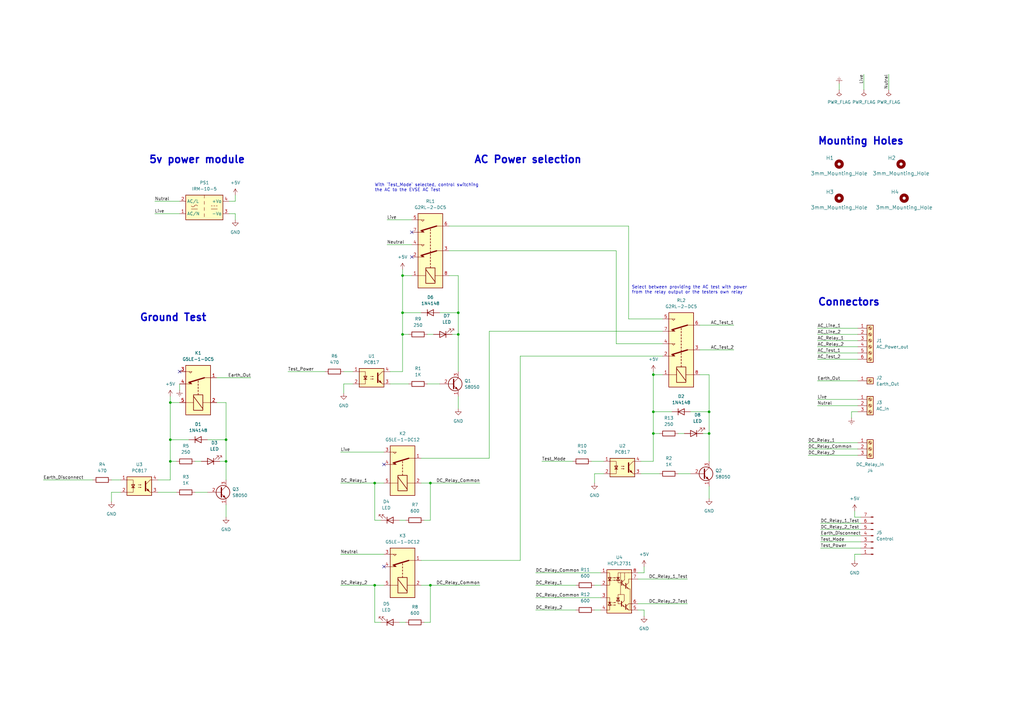
<source format=kicad_sch>
(kicad_sch (version 20211123) (generator eeschema)
  (paper "A3")
  (title_block (title "Raspberry Pi HAT") (rev "A"))
  (lib_symbols
    (symbol "Connector:Conn_01x07_Male" (pin_names (offset 1.016) hide)
      (property "Reference" "J" (at 0 10.16 0))
      (property "Value" "Conn_01x07_Male" (at 0 -10.16 0))
      (symbol "Conn_01x07_Male_1_1"
        (polyline (pts (xy 1.27 -7.62) (xy 0.8636 -7.62)) (stroke (width 0.1524)))
        (polyline (pts (xy 1.27 -5.08) (xy 0.8636 -5.08)) (stroke (width 0.1524)))
        (polyline (pts (xy 1.27 -2.54) (xy 0.8636 -2.54)) (stroke (width 0.1524)))
        (polyline (pts (xy 1.27 0) (xy 0.8636 0)) (stroke (width 0.1524)))
        (polyline (pts (xy 1.27 2.54) (xy 0.8636 2.54)) (stroke (width 0.1524)))
        (polyline (pts (xy 1.27 5.08) (xy 0.8636 5.08)) (stroke (width 0.1524)))
        (polyline (pts (xy 1.27 7.62) (xy 0.8636 7.62)) (stroke (width 0.1524)))
        (rectangle (start 0.8636 -7.493) (end 0 -7.747) (stroke (width 0.1524)) (fill (type outline)))
        (rectangle (start 0.8636 -4.953) (end 0 -5.207) (stroke (width 0.1524)) (fill (type outline)))
        (rectangle (start 0.8636 -2.413) (end 0 -2.667) (stroke (width 0.1524)) (fill (type outline)))
        (rectangle (start 0.8636 0.127) (end 0 -0.127) (stroke (width 0.1524)) (fill (type outline)))
        (rectangle (start 0.8636 2.667) (end 0 2.413) (stroke (width 0.1524)) (fill (type outline)))
        (rectangle (start 0.8636 5.207) (end 0 4.953) (stroke (width 0.1524)) (fill (type outline)))
        (rectangle (start 0.8636 7.747) (end 0 7.493) (stroke (width 0.1524)) (fill (type outline)))
        (pin passive line (at 5.08 7.62 180) (length 3.81) (name "Pin_1") (number "1"))
        (pin passive line (at 5.08 5.08 180) (length 3.81) (name "Pin_2") (number "2"))
        (pin passive line (at 5.08 2.54 180) (length 3.81) (name "Pin_3") (number "3"))
        (pin passive line (at 5.08 0 180) (length 3.81) (name "Pin_4") (number "4"))
        (pin passive line (at 5.08 -2.54 180) (length 3.81) (name "Pin_5") (number "5"))
        (pin passive line (at 5.08 -5.08 180) (length 3.81) (name "Pin_6") (number "6"))
        (pin passive line (at 5.08 -7.62 180) (length 3.81) (name "Pin_7") (number "7"))
      )
    )
    (symbol "Connector:Screw_Terminal_01x01" (pin_names (offset 1.016) hide)
      (property "Reference" "J" (at 0 2.54 0))
      (property "Value" "Screw_Terminal_01x01" (at 0 -2.54 0))
      (symbol "Screw_Terminal_01x01_1_1"
        (rectangle (start -1.27 1.27) (end 1.27 -1.27) (stroke (width 0.254)) (fill (type background)))
        (polyline (pts (xy -0.5334 0.3302) (xy 0.3302 -0.508)) (stroke (width 0.1524)))
        (polyline (pts (xy -0.3556 0.508) (xy 0.508 -0.3302)) (stroke (width 0.1524)))
        (circle (center 0 0) (radius 0.635) (stroke (width 0.1524)))
        (pin passive line (at -5.08 0 0) (length 3.81) (name "Pin_1") (number "1"))
      )
    )
    (symbol "Connector:Screw_Terminal_01x03" (pin_names (offset 1.016) hide)
      (property "Reference" "J" (at 0 5.08 0))
      (property "Value" "Screw_Terminal_01x03" (at 0 -5.08 0))
      (symbol "Screw_Terminal_01x03_1_1"
        (rectangle (start -1.27 3.81) (end 1.27 -3.81) (stroke (width 0.254)) (fill (type background)))
        (circle (center 0 -2.54) (radius 0.635) (stroke (width 0.1524)))
        (polyline (pts (xy -0.5334 -2.2098) (xy 0.3302 -3.048)) (stroke (width 0.1524)))
        (polyline (pts (xy -0.5334 0.3302) (xy 0.3302 -0.508)) (stroke (width 0.1524)))
        (polyline (pts (xy -0.5334 2.8702) (xy 0.3302 2.032)) (stroke (width 0.1524)))
        (polyline (pts (xy -0.3556 -2.032) (xy 0.508 -2.8702)) (stroke (width 0.1524)))
        (polyline (pts (xy -0.3556 0.508) (xy 0.508 -0.3302)) (stroke (width 0.1524)))
        (polyline (pts (xy -0.3556 3.048) (xy 0.508 2.2098)) (stroke (width 0.1524)))
        (circle (center 0 0) (radius 0.635) (stroke (width 0.1524)))
        (circle (center 0 2.54) (radius 0.635) (stroke (width 0.1524)))
        (pin passive line (at -5.08 2.54 0) (length 3.81) (name "Pin_1") (number "1"))
        (pin passive line (at -5.08 0 0) (length 3.81) (name "Pin_2") (number "2"))
        (pin passive line (at -5.08 -2.54 0) (length 3.81) (name "Pin_3") (number "3"))
      )
    )
    (symbol "Connector:Screw_Terminal_01x06" (pin_names (offset 1.016) hide)
      (property "Reference" "J" (at 0 7.62 0))
      (property "Value" "Screw_Terminal_01x06" (at 0 -10.16 0))
      (symbol "Screw_Terminal_01x06_1_1"
        (rectangle (start -1.27 6.35) (end 1.27 -8.89) (stroke (width 0.254)) (fill (type background)))
        (circle (center 0 -7.62) (radius 0.635) (stroke (width 0.1524)))
        (circle (center 0 -5.08) (radius 0.635) (stroke (width 0.1524)))
        (circle (center 0 -2.54) (radius 0.635) (stroke (width 0.1524)))
        (polyline (pts (xy -0.5334 -7.2898) (xy 0.3302 -8.128)) (stroke (width 0.1524)))
        (polyline (pts (xy -0.5334 -4.7498) (xy 0.3302 -5.588)) (stroke (width 0.1524)))
        (polyline (pts (xy -0.5334 -2.2098) (xy 0.3302 -3.048)) (stroke (width 0.1524)))
        (polyline (pts (xy -0.5334 0.3302) (xy 0.3302 -0.508)) (stroke (width 0.1524)))
        (polyline (pts (xy -0.5334 2.8702) (xy 0.3302 2.032)) (stroke (width 0.1524)))
        (polyline (pts (xy -0.5334 5.4102) (xy 0.3302 4.572)) (stroke (width 0.1524)))
        (polyline (pts (xy -0.3556 -7.112) (xy 0.508 -7.9502)) (stroke (width 0.1524)))
        (polyline (pts (xy -0.3556 -4.572) (xy 0.508 -5.4102)) (stroke (width 0.1524)))
        (polyline (pts (xy -0.3556 -2.032) (xy 0.508 -2.8702)) (stroke (width 0.1524)))
        (polyline (pts (xy -0.3556 0.508) (xy 0.508 -0.3302)) (stroke (width 0.1524)))
        (polyline (pts (xy -0.3556 3.048) (xy 0.508 2.2098)) (stroke (width 0.1524)))
        (polyline (pts (xy -0.3556 5.588) (xy 0.508 4.7498)) (stroke (width 0.1524)))
        (circle (center 0 0) (radius 0.635) (stroke (width 0.1524)))
        (circle (center 0 2.54) (radius 0.635) (stroke (width 0.1524)))
        (circle (center 0 5.08) (radius 0.635) (stroke (width 0.1524)))
        (pin passive line (at -5.08 5.08 0) (length 3.81) (name "Pin_1") (number "1"))
        (pin passive line (at -5.08 2.54 0) (length 3.81) (name "Pin_2") (number "2"))
        (pin passive line (at -5.08 0 0) (length 3.81) (name "Pin_3") (number "3"))
        (pin passive line (at -5.08 -2.54 0) (length 3.81) (name "Pin_4") (number "4"))
        (pin passive line (at -5.08 -5.08 0) (length 3.81) (name "Pin_5") (number "5"))
        (pin passive line (at -5.08 -7.62 0) (length 3.81) (name "Pin_6") (number "6"))
      )
    )
    (symbol "Converter_ACDC:IRM-10-5"
      (property "Reference" "PS" (at 0 6.35 0))
      (property "Value" "IRM-10-5" (at 0 -6.35 0))
      (symbol "IRM-10-5_0_1"
        (rectangle (start -7.62 5.08) (end 7.62 -5.08) (stroke (width 0.254)) (fill (type background)))
        (arc (start -5.334 0.635) (mid -4.699 0.2495) (end -4.064 0.635))
        (arc (start -2.794 0.635) (mid -3.429 1.0072) (end -4.064 0.635))
        (polyline (pts (xy -5.334 -0.635) (xy -2.794 -0.635)))
        (polyline (pts (xy 0 -2.54) (xy 0 -3.81)))
        (polyline (pts (xy 0 0) (xy 0 -1.27)))
        (polyline (pts (xy 0 2.54) (xy 0 1.27)))
        (polyline (pts (xy 0 5.08) (xy 0 3.81)))
        (polyline (pts (xy 2.794 -0.635) (xy 5.334 -0.635)))
        (polyline (pts (xy 2.794 0.635) (xy 3.302 0.635)))
        (polyline (pts (xy 3.81 0.635) (xy 4.318 0.635)))
        (polyline (pts (xy 4.826 0.635) (xy 5.334 0.635)))
      )
      (symbol "IRM-10-5_1_1"
        (pin power_in line (at -10.16 -2.54 0) (length 2.54) (name "AC/N") (number "1"))
        (pin power_in line (at -10.16 2.54 0) (length 2.54) (name "AC/L") (number "2"))
        (pin power_out line (at 10.16 -2.54 180) (length 2.54) (name "-Vo") (number "3"))
        (pin power_out line (at 10.16 2.54 180) (length 2.54) (name "+Vo") (number "4"))
      )
    )
    (symbol "Device:LED" (pin_numbers hide) (pin_names (offset 1.016) hide)
      (property "Reference" "D" (at 0 2.54 0))
      (property "Value" "LED" (at 0 -2.54 0))
      (symbol "LED_0_1"
        (polyline (pts (xy -1.27 -1.27) (xy -1.27 1.27)) (stroke (width 0.254)))
        (polyline (pts (xy -1.27 0) (xy 1.27 0)))
        (polyline (pts (xy 1.27 -1.27) (xy 1.27 1.27) (xy -1.27 0) (xy 1.27 -1.27)) (stroke (width 0.254)))
        (polyline (pts (xy -3.048 -0.762) (xy -4.572 -2.286) (xy -3.81 -2.286) (xy -4.572 -2.286) (xy -4.572 -1.524)))
        (polyline (pts (xy -1.778 -0.762) (xy -3.302 -2.286) (xy -2.54 -2.286) (xy -3.302 -2.286) (xy -3.302 -1.524)))
      )
      (symbol "LED_1_1"
        (pin passive line (at -3.81 0 0) (length 2.54) (name "K") (number "1"))
        (pin passive line (at 3.81 0 180) (length 2.54) (name "A") (number "2"))
      )
    )
    (symbol "Device:R" (pin_numbers hide) (pin_names (offset 0))
      (property "Reference" "R" (at 2.032 0 90))
      (property "Value" "R" (at 0 0 90))
      (symbol "R_0_1"
        (rectangle (start -1.016 -2.54) (end 1.016 2.54) (stroke (width 0.254)))
      )
      (symbol "R_1_1"
        (pin passive line (at 0 3.81 270) (length 1.27) (name "~") (number "1"))
        (pin passive line (at 0 -3.81 90) (length 1.27) (name "~") (number "2"))
      )
    )
    (symbol "Diode:1N4148" (pin_numbers hide) (pin_names (offset 1.016) hide)
      (property "Reference" "D" (at 0 2.54 0))
      (property "Value" "1N4148" (at 0 -2.54 0))
      (symbol "1N4148_0_1"
        (polyline (pts (xy -1.27 1.27) (xy -1.27 -1.27)) (stroke (width 0.254)))
        (polyline (pts (xy 1.27 0) (xy -1.27 0)))
        (polyline (pts (xy 1.27 1.27) (xy 1.27 -1.27) (xy -1.27 0) (xy 1.27 1.27)) (stroke (width 0.254)))
      )
      (symbol "1N4148_1_1"
        (pin passive line (at -3.81 0 0) (length 2.54) (name "K") (number "1"))
        (pin passive line (at 3.81 0 180) (length 2.54) (name "A") (number "2"))
      )
    )
    (symbol "Isolator:HCPL2731" (pin_names (offset 0.762) hide)
      (property "Reference" "U" (at -5.08 10.16 0))
      (property "Value" "HCPL2731" (at -5.08 -10.16 0))
      (symbol "HCPL2731_0_1"
        (rectangle (start -5.08 8.89) (end 5.08 -8.89) (stroke (width 0.254)) (fill (type background)))
        (polyline (pts (xy -4.572 -4.445) (xy -3.302 -4.445)) (stroke (width 0.254)))
        (polyline (pts (xy -4.572 4.445) (xy -3.302 4.445)) (stroke (width 0.254)))
        (polyline (pts (xy -0.508 -4.572) (xy -0.508 -3.937)))
        (polyline (pts (xy 0.127 -2.667) (xy -1.143 -2.667)) (stroke (width 0.254)))
        (polyline (pts (xy 0.127 5.715) (xy -1.143 5.715)) (stroke (width 0.254)))
        (polyline (pts (xy 0.889 -5.207) (xy 2.032 -6.35)))
        (polyline (pts (xy 0.889 -4.953) (xy 2.032 -3.81)))
        (polyline (pts (xy 1.016 3.429) (xy 2.159 2.286)))
        (polyline (pts (xy 1.016 3.683) (xy 2.159 4.826)))
        (polyline (pts (xy 2.032 -6.35) (xy 2.54 -6.35)))
        (polyline (pts (xy 2.159 2.286) (xy 2.667 2.286)))
        (polyline (pts (xy 2.159 4.826) (xy 2.159 6.096)))
        (polyline (pts (xy 2.159 6.096) (xy 2.159 7.62)))
        (polyline (pts (xy 2.667 -6.477) (xy 3.81 -7.62)))
        (polyline (pts (xy 2.667 -6.223) (xy 3.81 -5.08)))
        (polyline (pts (xy 2.667 2.159) (xy 3.81 1.016)))
        (polyline (pts (xy 2.667 2.413) (xy 3.81 3.556)))
        (polyline (pts (xy 3.683 7.62) (xy 5.08 7.62)))
        (polyline (pts (xy 3.81 -7.62) (xy 5.08 -7.62)))
        (polyline (pts (xy 3.81 -5.08) (xy 5.08 -5.08)))
        (polyline (pts (xy 3.81 1.016) (xy 4.445 1.016)))
        (polyline (pts (xy 4.445 -7.62) (xy 4.445 1.016)))
        (polyline (pts (xy -0.508 -4.572) (xy -0.508 -5.08) (xy 0.762 -5.08)))
        (polyline (pts (xy -0.508 4.445) (xy -0.508 7.62) (xy 3.81 7.62)))
        (polyline (pts (xy -0.508 4.572) (xy -0.508 3.556) (xy 1.016 3.556)))
        (polyline (pts (xy 0.508 -1.27) (xy 2.032 -1.27) (xy 2.032 -3.81)))
        (polyline (pts (xy 0.889 -4.064) (xy 0.889 -6.096) (xy 0.889 -6.096)) (stroke (width 0.3556)))
        (polyline (pts (xy 1.016 4.572) (xy 1.016 2.54) (xy 1.016 2.54)) (stroke (width 0.3556)))
        (polyline (pts (xy 2.667 -5.334) (xy 2.667 -7.366) (xy 2.667 -7.366)) (stroke (width 0.3556)))
        (polyline (pts (xy 2.667 3.302) (xy 2.667 1.27) (xy 2.667 1.27)) (stroke (width 0.3556)))
        (polyline (pts (xy 3.81 3.683) (xy 3.81 5.08) (xy 5.08 5.08)))
        (polyline (pts (xy -5.08 -2.54) (xy -3.937 -2.54) (xy -3.937 -7.62) (xy -5.08 -7.62)))
        (polyline (pts (xy -5.08 7.62) (xy -3.937 7.62) (xy -3.937 2.54) (xy -5.08 2.54)))
        (polyline (pts (xy -3.937 -4.445) (xy -4.572 -5.715) (xy -3.302 -5.715) (xy -3.937 -4.445)) (stroke (width 0.254)))
        (polyline (pts (xy -3.937 4.445) (xy -4.572 5.715) (xy -3.302 5.715) (xy -3.937 4.445)) (stroke (width 0.254)))
        (polyline (pts (xy -0.508 -3.937) (xy -0.508 -1.27) (xy 0.508 -1.27) (xy 0.508 7.62)))
        (polyline (pts (xy -0.508 -2.667) (xy 0.127 -3.937) (xy -1.143 -3.937) (xy -0.508 -2.667)) (stroke (width 0.254)))
        (polyline (pts (xy -0.508 5.715) (xy 0.127 4.445) (xy -1.143 4.445) (xy -0.508 5.715)) (stroke (width 0.254)))
        (polyline (pts (xy 1.905 -6.223) (xy 1.651 -5.715) (xy 1.397 -5.969) (xy 1.905 -6.223)))
        (polyline (pts (xy 2.032 2.413) (xy 1.778 2.921) (xy 1.524 2.667) (xy 2.032 2.413)))
        (polyline (pts (xy 3.683 -7.493) (xy 3.429 -6.985) (xy 3.175 -7.239) (xy 3.683 -7.493)))
        (polyline (pts (xy 3.683 1.143) (xy 3.429 1.651) (xy 3.175 1.397) (xy 3.683 1.143)))
        (polyline (pts (xy -2.794 -5.588) (xy -1.524 -5.588) (xy -1.905 -5.715) (xy -1.905 -5.461) (xy -1.524 -5.588)))
        (polyline (pts (xy -2.794 -4.572) (xy -1.524 -4.572) (xy -1.905 -4.699) (xy -1.905 -4.445) (xy -1.524 -4.572)))
        (polyline (pts (xy -2.794 4.572) (xy -1.524 4.572) (xy -1.905 4.445) (xy -1.905 4.699) (xy -1.524 4.572)))
        (polyline (pts (xy -2.794 5.588) (xy -1.524 5.588) (xy -1.905 5.461) (xy -1.905 5.715) (xy -1.524 5.588)))
      )
      (symbol "HCPL2731_1_1"
        (pin passive line (at -7.62 7.62 0) (length 2.54) (name "A1") (number "1"))
        (pin passive line (at -7.62 2.54 0) (length 2.54) (name "C1") (number "2"))
        (pin passive line (at -7.62 -2.54 0) (length 2.54) (name "C2") (number "3"))
        (pin passive line (at -7.62 -7.62 0) (length 2.54) (name "A2") (number "4"))
        (pin passive line (at 7.62 -7.62 180) (length 2.54) (name "GND") (number "5"))
        (pin passive line (at 7.62 -5.08 180) (length 2.54) (name "VO2") (number "6"))
        (pin passive line (at 7.62 5.08 180) (length 2.54) (name "VO1") (number "7"))
        (pin passive line (at 7.62 7.62 180) (length 2.54) (name "VCC") (number "8"))
      )
    )
    (symbol "Isolator:PC817" (pin_names (offset 1.016))
      (property "Reference" "U" (at -5.08 5.08 0))
      (property "Value" "PC817" (at 0 5.08 0))
      (symbol "PC817_0_1"
        (rectangle (start -5.08 3.81) (end 5.08 -3.81) (stroke (width 0.254)) (fill (type background)))
        (polyline (pts (xy -3.175 -0.635) (xy -1.905 -0.635)) (stroke (width 0.254)))
        (polyline (pts (xy 2.54 0.635) (xy 4.445 2.54)))
        (polyline (pts (xy 4.445 -2.54) (xy 2.54 -0.635)) (fill (type outline)))
        (polyline (pts (xy 4.445 -2.54) (xy 5.08 -2.54)))
        (polyline (pts (xy 4.445 2.54) (xy 5.08 2.54)))
        (polyline (pts (xy -5.08 2.54) (xy -2.54 2.54) (xy -2.54 -0.635)))
        (polyline (pts (xy -2.54 -0.635) (xy -2.54 -2.54) (xy -5.08 -2.54)))
        (polyline (pts (xy 2.54 1.905) (xy 2.54 -1.905) (xy 2.54 -1.905)) (stroke (width 0.508)))
        (polyline (pts (xy -2.54 -0.635) (xy -3.175 0.635) (xy -1.905 0.635) (xy -2.54 -0.635)) (stroke (width 0.254)))
        (polyline (pts (xy -0.508 -0.508) (xy 0.762 -0.508) (xy 0.381 -0.635) (xy 0.381 -0.381) (xy 0.762 -0.508)))
        (polyline (pts (xy -0.508 0.508) (xy 0.762 0.508) (xy 0.381 0.381) (xy 0.381 0.635) (xy 0.762 0.508)))
        (polyline (pts (xy 3.048 -1.651) (xy 3.556 -1.143) (xy 4.064 -2.159) (xy 3.048 -1.651) (xy 3.048 -1.651)) (fill (type outline)))
      )
      (symbol "PC817_1_1"
        (pin passive line (at -7.62 2.54 0) (length 2.54) (name "~") (number "1"))
        (pin passive line (at -7.62 -2.54 0) (length 2.54) (name "~") (number "2"))
        (pin passive line (at 7.62 -2.54 180) (length 2.54) (name "~") (number "3"))
        (pin passive line (at 7.62 2.54 180) (length 2.54) (name "~") (number "4"))
      )
    )
    (symbol "Mechanical:MountingHole" (pin_names (offset 1.016))
      (property "Reference" "H" (at 0 5.08 0))
      (property "Value" "MountingHole" (at 0 3.175 0))
      (symbol "MountingHole_0_1"
        (circle (center 0 0) (radius 1.27) (stroke (width 1.27)))
      )
    )
    (symbol "Relay:G2RL-2-DC5"
      (property "Reference" "RL" (at 16.51 3.81 0))
      (property "Value" "G2RL-2-DC5" (at 16.51 1.27 0))
      (symbol "G2RL-2-DC5_0_1"
        (rectangle (start -15.24 5.08) (end 15.24 -5.08) (stroke (width 0.254)) (fill (type background)))
        (rectangle (start -13.335 1.905) (end -6.985 -1.905) (stroke (width 0.254)))
        (polyline (pts (xy -12.7 -1.905) (xy -7.62 1.905)) (stroke (width 0.254)))
        (polyline (pts (xy -10.16 -5.08) (xy -10.16 -1.905)))
        (polyline (pts (xy -10.16 5.08) (xy -10.16 1.905)))
        (polyline (pts (xy -6.985 0) (xy -6.35 0)) (stroke (width 0.254)))
        (polyline (pts (xy -5.715 0) (xy -5.08 0)) (stroke (width 0.254)))
        (polyline (pts (xy -4.445 0) (xy -3.81 0)) (stroke (width 0.254)))
        (polyline (pts (xy -3.175 0) (xy -2.54 0)) (stroke (width 0.254)))
        (polyline (pts (xy -1.905 0) (xy -1.27 0)) (stroke (width 0.254)))
        (polyline (pts (xy -0.635 0) (xy 0 0)) (stroke (width 0.254)))
        (polyline (pts (xy 0 -2.54) (xy -1.905 3.81)) (stroke (width 0.508)))
        (polyline (pts (xy 0 -2.54) (xy 0 -5.08)))
        (polyline (pts (xy 0.635 0) (xy 1.27 0)) (stroke (width 0.254)))
        (polyline (pts (xy 1.905 0) (xy 2.54 0)) (stroke (width 0.254)))
        (polyline (pts (xy 3.175 0) (xy 3.81 0)) (stroke (width 0.254)))
        (polyline (pts (xy 4.445 0) (xy 5.08 0)) (stroke (width 0.254)))
        (polyline (pts (xy 5.715 0) (xy 6.35 0)) (stroke (width 0.254)))
        (polyline (pts (xy 6.985 0) (xy 7.62 0)) (stroke (width 0.254)))
        (polyline (pts (xy 8.255 0) (xy 8.89 0)) (stroke (width 0.254)))
        (polyline (pts (xy 10.16 -2.54) (xy 8.255 3.81)) (stroke (width 0.508)))
        (polyline (pts (xy 10.16 -2.54) (xy 10.16 -5.08)))
        (polyline (pts (xy -2.54 5.08) (xy -2.54 2.54) (xy -1.905 3.175) (xy -2.54 3.81)) (fill (type outline)))
        (polyline (pts (xy 2.54 5.08) (xy 2.54 2.54) (xy 1.905 3.175) (xy 2.54 3.81)))
        (polyline (pts (xy 7.62 5.08) (xy 7.62 2.54) (xy 8.255 3.175) (xy 7.62 3.81)) (fill (type outline)))
        (polyline (pts (xy 12.7 5.08) (xy 12.7 2.54) (xy 12.065 3.175) (xy 12.7 3.81)))
      )
      (symbol "G2RL-2-DC5_1_1"
        (pin passive line (at -10.16 7.62 270) (length 2.54) (name "~") (number "1"))
        (pin passive line (at -2.54 7.62 270) (length 2.54) (name "~") (number "2"))
        (pin passive line (at 0 -7.62 90) (length 2.54) (name "~") (number "3"))
        (pin passive line (at 2.54 7.62 270) (length 2.54) (name "~") (number "4"))
        (pin passive line (at 12.7 7.62 270) (length 2.54) (name "~") (number "5"))
        (pin passive line (at 10.16 -7.62 90) (length 2.54) (name "~") (number "6"))
        (pin passive line (at 7.62 7.62 270) (length 2.54) (name "~") (number "7"))
        (pin passive line (at -10.16 -7.62 90) (length 2.54) (name "~") (number "8"))
      )
    )
    (symbol "Relay:G5LE-1"
      (property "Reference" "K" (at 11.43 3.81 0))
      (property "Value" "G5LE-1" (at 11.43 1.27 0))
      (symbol "G5LE-1_0_0"
        (polyline (pts (xy 7.62 5.08) (xy 7.62 2.54) (xy 6.985 3.175) (xy 7.62 3.81)))
      )
      (symbol "G5LE-1_0_1"
        (rectangle (start -10.16 5.08) (end 10.16 -5.08) (stroke (width 0.254)) (fill (type background)))
        (rectangle (start -8.255 1.905) (end -1.905 -1.905) (stroke (width 0.254)))
        (polyline (pts (xy -7.62 -1.905) (xy -2.54 1.905)) (stroke (width 0.254)))
        (polyline (pts (xy -5.08 -5.08) (xy -5.08 -1.905)))
        (polyline (pts (xy -5.08 5.08) (xy -5.08 1.905)))
        (polyline (pts (xy -1.905 0) (xy -1.27 0)) (stroke (width 0.254)))
        (polyline (pts (xy -0.635 0) (xy 0 0)) (stroke (width 0.254)))
        (polyline (pts (xy 0.635 0) (xy 1.27 0)) (stroke (width 0.254)))
        (polyline (pts (xy 1.905 0) (xy 2.54 0)) (stroke (width 0.254)))
        (polyline (pts (xy 3.175 0) (xy 3.81 0)) (stroke (width 0.254)))
        (polyline (pts (xy 5.08 -2.54) (xy 3.175 3.81)) (stroke (width 0.508)))
        (polyline (pts (xy 5.08 -2.54) (xy 5.08 -5.08)))
        (polyline (pts (xy 2.54 5.08) (xy 2.54 2.54) (xy 3.175 3.175) (xy 2.54 3.81)) (fill (type outline)))
      )
      (symbol "G5LE-1_1_1"
        (pin passive line (at 5.08 -7.62 90) (length 2.54) (name "~") (number "1"))
        (pin passive line (at -5.08 -7.62 90) (length 2.54) (name "~") (number "2"))
        (pin passive line (at 7.62 7.62 270) (length 2.54) (name "~") (number "3"))
        (pin passive line (at 2.54 7.62 270) (length 2.54) (name "~") (number "4"))
        (pin passive line (at -5.08 7.62 270) (length 2.54) (name "~") (number "5"))
      )
    )
    (symbol "Transistor_BJT:S8050" (pin_names (offset 0) hide)
      (property "Reference" "Q" (at 5.08 1.905 0))
      (property "Value" "S8050" (at 5.08 0 0))
      (symbol "S8050_0_1"
        (polyline (pts (xy 0 0) (xy 0.635 0)))
        (polyline (pts (xy 0.635 0.635) (xy 2.54 2.54)))
        (polyline (pts (xy 0.635 -0.635) (xy 2.54 -2.54) (xy 2.54 -2.54)))
        (polyline (pts (xy 0.635 1.905) (xy 0.635 -1.905) (xy 0.635 -1.905)) (stroke (width 0.508)))
        (polyline (pts (xy 1.27 -1.778) (xy 1.778 -1.27) (xy 2.286 -2.286) (xy 1.27 -1.778) (xy 1.27 -1.778)) (fill (type outline)))
        (circle (center 1.27 0) (radius 2.8194) (stroke (width 0.254)))
      )
      (symbol "S8050_1_1"
        (pin passive line (at 2.54 -5.08 90) (length 2.54) (name "E") (number "1"))
        (pin input line (at -5.08 0 0) (length 5.08) (name "B") (number "2"))
        (pin passive line (at 2.54 5.08 270) (length 2.54) (name "C") (number "3"))
      )
    )
    (symbol "power:+5V" (power) (pin_names (offset 0))
      (property "Value" "+5V" (at 0 3.556 0))
      (symbol "+5V_0_1"
        (polyline (pts (xy -0.762 1.27) (xy 0 2.54)))
        (polyline (pts (xy 0 0) (xy 0 2.54)))
        (polyline (pts (xy 0 2.54) (xy 0.762 1.27)))
      )
      (symbol "+5V_1_1"
        (pin power_in line (at 0 0 90) (length 0) hide (name "+5V") (number "1"))
      )
    )
    (symbol "power:Earth" (power) (pin_names (offset 0))
      (symbol "Earth_0_1"
        (polyline (pts (xy -0.635 -1.905) (xy 0.635 -1.905)))
        (polyline (pts (xy -0.127 -2.54) (xy 0.127 -2.54)))
        (polyline (pts (xy 0 -1.27) (xy 0 0)))
        (polyline (pts (xy 1.27 -1.27) (xy -1.27 -1.27)))
      )
      (symbol "Earth_1_1"
        (pin power_in line (at 0 0 270) (length 0) hide (name "Earth") (number "1"))
      )
    )
    (symbol "power:GND" (power) (pin_names (offset 0))
      (property "Value" "GND" (at 0 -3.81 0))
      (symbol "GND_0_1"
        (polyline (pts (xy 0 0) (xy 0 -1.27) (xy 1.27 -1.27) (xy 0 -2.54) (xy -1.27 -1.27) (xy 0 -1.27)))
      )
      (symbol "GND_1_1"
        (pin power_in line (at 0 0 270) (length 0) hide (name "GND") (number "1"))
      )
    )
    (symbol "power:PWR_FLAG" (power) (pin_numbers hide) (pin_names (offset 0) hide)
      (property "Value" "PWR_FLAG" (at 0 3.81 0))
      (symbol "PWR_FLAG_0_0"
        (pin power_out line (at 0 0 90) (length 0) (name "pwr") (number "1"))
      )
      (symbol "PWR_FLAG_0_1"
        (polyline (pts (xy 0 0) (xy 0 1.27) (xy -1.016 1.905) (xy 0 2.54) (xy 1.016 1.905) (xy 0 1.27)))
      )
    )
  )
  (junction (at 267.97 177.8))
  (junction (at 92.71 180.34))
  (junction (at 176.53 198.12))
  (junction (at 187.96 137.16))
  (junction (at 69.85 165.1))
  (junction (at 187.96 128.27))
  (junction (at 69.85 189.23))
  (junction (at 153.67 240.03))
  (junction (at 267.97 168.91))
  (junction (at 290.83 177.8))
  (junction (at 165.1 128.27))
  (junction (at 92.71 189.23))
  (junction (at 165.1 113.03))
  (junction (at 69.85 180.34))
  (junction (at 267.97 153.67))
  (junction (at 165.1 137.16))
  (junction (at 153.67 198.12))
  (junction (at 176.53 240.03))
  (junction (at 290.83 168.91))
  (no_connect (at 157.48 190.5))
  (no_connect (at 157.48 232.41))
  (no_connect (at 168.91 105.41))
  (no_connect (at 168.91 95.25))
  (no_connect (at 73.66 152.4))
  (wire (pts (xy 166.37 213.36) (xy 163.83 213.36)))
  (wire (pts (xy 278.13 177.8) (xy 280.67 177.8)))
  (wire (pts (xy 344.17 34.29) (xy 344.17 36.83)))
  (wire (pts (xy 165.1 113.03) (xy 168.91 113.03)))
  (wire (pts (xy 264.16 234.95) (xy 264.16 232.41)))
  (wire (pts (xy 165.1 137.16) (xy 167.64 137.16)))
  (wire (pts (xy 88.9 154.94) (xy 102.87 154.94)))
  (wire (pts (xy 261.62 247.65) (xy 281.94 247.65)))
  (wire (pts (xy 335.28 134.62) (xy 351.79 134.62)))
  (wire (pts (xy 262.89 194.31) (xy 270.51 194.31)))
  (wire (pts (xy 92.71 207.01) (xy 92.71 212.09)))
  (wire (pts (xy 93.98 87.63) (xy 96.52 87.63)))
  (wire (pts (xy 140.97 157.48) (xy 144.78 157.48)))
  (wire (pts (xy 185.42 137.16) (xy 187.96 137.16)))
  (wire (pts (xy 88.9 165.1) (xy 92.71 165.1)))
  (wire (pts (xy 165.1 128.27) (xy 172.72 128.27)))
  (wire (pts (xy 290.83 153.67) (xy 290.83 168.91)))
  (wire (pts (xy 349.25 168.91) (xy 349.25 171.45)))
  (wire (pts (xy 69.85 162.56) (xy 69.85 165.1)))
  (wire (pts (xy 166.37 255.27) (xy 163.83 255.27)))
  (wire (pts (xy 187.96 162.56) (xy 187.96 167.64)))
  (wire (pts (xy 139.7 185.42) (xy 157.48 185.42)))
  (wire (pts (xy 73.66 160.02) (xy 73.66 157.48)))
  (wire (pts (xy 364.49 30.48) (xy 364.49 36.83)))
  (wire (pts (xy 290.83 199.39) (xy 290.83 204.47)))
  (wire (pts (xy 243.84 198.12) (xy 243.84 194.31)))
  (wire (pts (xy 335.28 163.83) (xy 351.79 163.83)))
  (wire (pts (xy 153.67 198.12) (xy 157.48 198.12)))
  (wire (pts (xy 351.79 168.91) (xy 349.25 168.91)))
  (wire (pts (xy 336.55 219.71) (xy 353.06 219.71)))
  (wire (pts (xy 175.26 157.48) (xy 180.34 157.48)))
  (wire (pts (xy 63.5 87.63) (xy 73.66 87.63)))
  (wire (pts (xy 287.02 133.35) (xy 300.99 133.35)))
  (wire (pts (xy 262.89 189.23) (xy 267.97 189.23)))
  (wire (pts (xy 257.81 92.71) (xy 257.81 130.81)))
  (wire (pts (xy 160.02 157.48) (xy 167.64 157.48)))
  (wire (pts (xy 354.33 30.48) (xy 354.33 36.83)))
  (wire (pts (xy 90.17 189.23) (xy 92.71 189.23)))
  (wire (pts (xy 63.5 82.55) (xy 73.66 82.55)))
  (wire (pts (xy 64.77 201.93) (xy 72.39 201.93)))
  (wire (pts (xy 336.55 217.17) (xy 353.06 217.17)))
  (wire (pts (xy 288.29 177.8) (xy 290.83 177.8)))
  (wire (pts (xy 172.72 198.12) (xy 176.53 198.12)))
  (wire (pts (xy 172.72 229.87) (xy 213.36 229.87)))
  (wire (pts (xy 184.15 92.71) (xy 257.81 92.71)))
  (wire (pts (xy 252.73 140.97) (xy 271.78 140.97)))
  (wire (pts (xy 287.02 153.67) (xy 290.83 153.67)))
  (wire (pts (xy 172.72 187.96) (xy 200.66 187.96)))
  (wire (pts (xy 184.15 102.87) (xy 252.73 102.87)))
  (wire (pts (xy 69.85 165.1) (xy 73.66 165.1)))
  (wire (pts (xy 156.21 255.27) (xy 153.67 255.27)))
  (wire (pts (xy 17.78 196.85) (xy 38.1 196.85)))
  (wire (pts (xy 350.52 227.33) (xy 350.52 229.87)))
  (wire (pts (xy 173.99 255.27) (xy 176.53 255.27)))
  (wire (pts (xy 176.53 240.03) (xy 196.85 240.03)))
  (wire (pts (xy 243.84 240.03) (xy 246.38 240.03)))
  (wire (pts (xy 350.52 212.09) (xy 353.06 212.09)))
  (wire (pts (xy 69.85 180.34) (xy 69.85 189.23)))
  (wire (pts (xy 45.72 201.93) (xy 49.53 201.93)))
  (wire (pts (xy 335.28 139.7) (xy 351.79 139.7)))
  (wire (pts (xy 156.21 213.36) (xy 153.67 213.36)))
  (wire (pts (xy 267.97 168.91) (xy 267.97 177.8)))
  (wire (pts (xy 252.73 102.87) (xy 252.73 140.97)))
  (wire (pts (xy 261.62 234.95) (xy 264.16 234.95)))
  (wire (pts (xy 69.85 165.1) (xy 69.85 180.34)))
  (wire (pts (xy 331.47 186.69) (xy 351.79 186.69)))
  (wire (pts (xy 93.98 82.55) (xy 96.52 82.55)))
  (wire (pts (xy 139.7 198.12) (xy 153.67 198.12)))
  (wire (pts (xy 267.97 177.8) (xy 270.51 177.8)))
  (wire (pts (xy 219.71 250.19) (xy 236.22 250.19)))
  (wire (pts (xy 290.83 177.8) (xy 290.83 189.23)))
  (wire (pts (xy 118.11 152.4) (xy 133.35 152.4)))
  (wire (pts (xy 353.06 227.33) (xy 350.52 227.33)))
  (wire (pts (xy 267.97 152.4) (xy 267.97 153.67)))
  (wire (pts (xy 173.99 213.36) (xy 176.53 213.36)))
  (wire (pts (xy 335.28 147.32) (xy 351.79 147.32)))
  (wire (pts (xy 45.72 196.85) (xy 49.53 196.85)))
  (wire (pts (xy 172.72 240.03) (xy 176.53 240.03)))
  (wire (pts (xy 187.96 128.27) (xy 187.96 137.16)))
  (wire (pts (xy 267.97 153.67) (xy 271.78 153.67)))
  (wire (pts (xy 200.66 187.96) (xy 200.66 135.89)))
  (wire (pts (xy 267.97 168.91) (xy 275.59 168.91)))
  (wire (pts (xy 140.97 161.29) (xy 140.97 157.48)))
  (wire (pts (xy 69.85 180.34) (xy 77.47 180.34)))
  (wire (pts (xy 243.84 194.31) (xy 247.65 194.31)))
  (wire (pts (xy 153.67 240.03) (xy 157.48 240.03)))
  (wire (pts (xy 278.13 194.31) (xy 283.21 194.31)))
  (wire (pts (xy 92.71 189.23) (xy 92.71 196.85)))
  (wire (pts (xy 69.85 189.23) (xy 69.85 196.85)))
  (wire (pts (xy 200.66 135.89) (xy 271.78 135.89)))
  (wire (pts (xy 158.75 90.17) (xy 168.91 90.17)))
  (wire (pts (xy 96.52 87.63) (xy 96.52 90.17)))
  (wire (pts (xy 184.15 113.03) (xy 187.96 113.03)))
  (wire (pts (xy 187.96 113.03) (xy 187.96 128.27)))
  (wire (pts (xy 139.7 240.03) (xy 153.67 240.03)))
  (wire (pts (xy 45.72 205.74) (xy 45.72 201.93)))
  (wire (pts (xy 222.25 189.23) (xy 234.95 189.23)))
  (wire (pts (xy 64.77 196.85) (xy 69.85 196.85)))
  (wire (pts (xy 243.84 250.19) (xy 246.38 250.19)))
  (wire (pts (xy 290.83 168.91) (xy 290.83 177.8)))
  (wire (pts (xy 350.52 209.55) (xy 350.52 212.09)))
  (wire (pts (xy 80.01 189.23) (xy 82.55 189.23)))
  (wire (pts (xy 180.34 128.27) (xy 187.96 128.27)))
  (wire (pts (xy 335.28 137.16) (xy 351.79 137.16)))
  (wire (pts (xy 267.97 177.8) (xy 267.97 189.23)))
  (wire (pts (xy 165.1 137.16) (xy 165.1 152.4)))
  (wire (pts (xy 158.75 100.33) (xy 168.91 100.33)))
  (wire (pts (xy 153.67 240.03) (xy 153.67 255.27)))
  (wire (pts (xy 351.79 166.37) (xy 335.28 166.37)))
  (wire (pts (xy 335.28 142.24) (xy 351.79 142.24)))
  (wire (pts (xy 165.1 110.49) (xy 165.1 113.03)))
  (wire (pts (xy 176.53 198.12) (xy 196.85 198.12)))
  (wire (pts (xy 213.36 146.05) (xy 271.78 146.05)))
  (wire (pts (xy 139.7 227.33) (xy 157.48 227.33)))
  (wire (pts (xy 287.02 143.51) (xy 300.99 143.51)))
  (wire (pts (xy 92.71 165.1) (xy 92.71 180.34)))
  (wire (pts (xy 80.01 201.93) (xy 85.09 201.93)))
  (wire (pts (xy 176.53 213.36) (xy 176.53 198.12)))
  (wire (pts (xy 219.71 245.11) (xy 246.38 245.11)))
  (wire (pts (xy 264.16 250.19) (xy 264.16 252.73)))
  (wire (pts (xy 267.97 153.67) (xy 267.97 168.91)))
  (wire (pts (xy 165.1 113.03) (xy 165.1 128.27)))
  (wire (pts (xy 140.97 152.4) (xy 144.78 152.4)))
  (wire (pts (xy 160.02 152.4) (xy 165.1 152.4)))
  (wire (pts (xy 261.62 250.19) (xy 264.16 250.19)))
  (wire (pts (xy 336.55 214.63) (xy 353.06 214.63)))
  (wire (pts (xy 85.09 180.34) (xy 92.71 180.34)))
  (wire (pts (xy 219.71 240.03) (xy 236.22 240.03)))
  (wire (pts (xy 213.36 229.87) (xy 213.36 146.05)))
  (wire (pts (xy 153.67 198.12) (xy 153.67 213.36)))
  (wire (pts (xy 69.85 189.23) (xy 72.39 189.23)))
  (wire (pts (xy 283.21 168.91) (xy 290.83 168.91)))
  (wire (pts (xy 335.28 156.21) (xy 351.79 156.21)))
  (wire (pts (xy 242.57 189.23) (xy 247.65 189.23)))
  (wire (pts (xy 176.53 255.27) (xy 176.53 240.03)))
  (wire (pts (xy 336.55 222.25) (xy 353.06 222.25)))
  (wire (pts (xy 165.1 128.27) (xy 165.1 137.16)))
  (wire (pts (xy 331.47 184.15) (xy 351.79 184.15)))
  (wire (pts (xy 219.71 234.95) (xy 246.38 234.95)))
  (wire (pts (xy 335.28 144.78) (xy 351.79 144.78)))
  (wire (pts (xy 261.62 237.49) (xy 281.94 237.49)))
  (wire (pts (xy 175.26 137.16) (xy 177.8 137.16)))
  (wire (pts (xy 96.52 80.01) (xy 96.52 82.55)))
  (wire (pts (xy 336.55 224.79) (xy 353.06 224.79)))
  (wire (pts (xy 331.47 181.61) (xy 351.79 181.61)))
  (wire (pts (xy 92.71 180.34) (xy 92.71 189.23)))
  (wire (pts (xy 257.81 130.81) (xy 271.78 130.81)))
  (wire (pts (xy 187.96 137.16) (xy 187.96 152.4)))
  (text "Ground Test" (at 57.15 132.08 0) (effects (font (size 2.9972 2.9972) (thickness 0.5994) bold) (justify left bottom)))
  (text "5v power module\n" (at 60.96 67.31 0) (effects (font (size 2.9972 2.9972) (thickness 0.5994) bold) (justify left bottom)))
  (text "Mounting Holes" (at 335.28 59.69 0) (effects (font (size 2.9972 2.9972) (thickness 0.5994) bold) (justify left bottom)))
  (text "Connectors" (at 335.28 125.73 0) (effects (font (size 2.9972 2.9972) (thickness 0.5994) bold) (justify left bottom)))
  (text "Select between providing the AC test with power\nfrom the relay output or the testers own relay" (at 259.08 120.65 0) (effects (font (size 1.27 1.27)) (justify left bottom)))
  (text "AC Power selection" (at 194.31 67.31 0) (effects (font (size 2.9972 2.9972) (thickness 0.5994) bold) (justify left bottom)))
  (text "With `Test_Mode` selected, control switching\nthe AC to the EVSE AC Test" (at 153.67 78.74 0) (effects (font (size 1.27 1.27)) (justify left bottom)))
  (label "DC_Relay_2_Test" (at 281.94 247.65 180))
  (label "Neutral" (at 158.75 100.33 0))
  (label "DC_Relay_1" (at 139.7 198.12 0))
  (label "Earth_Out" (at 335.28 156.21 0))
  (label "Test_Power" (at 118.11 152.4 0))
  (label "AC_Test_2" (at 300.99 143.51 180))
  (label "DC_Relay_Common" (at 196.85 198.12 180))
  (label "DC_Relay_Common" (at 219.71 234.95 0))
  (label "Live" (at 354.33 30.48 270))
  (label "Neutral" (at 139.7 227.33 0))
  (label "Test_Mode" (at 336.55 222.25 0))
  (label "Nutral" (at 63.5 82.55 0))
  (label "AC_Test_1" (at 300.99 133.35 180))
  (label "DC_Relay_1" (at 219.71 240.03 0))
  (label "DC_Relay_2_Test" (at 336.55 217.17 0))
  (label "DC_Relay_2" (at 331.47 186.69 0))
  (label "AC_Line_1" (at 335.28 134.62 0))
  (label "Test_Mode" (at 222.25 189.23 0))
  (label "DC_Relay_2" (at 139.7 240.03 0))
  (label "DC_Relay_Common" (at 331.47 184.15 0))
  (label "AC_Relay_2" (at 335.28 142.24 0))
  (label "DC_Relay_1_Test" (at 336.55 214.63 0))
  (label "Live" (at 158.75 90.17 0))
  (label "DC_Relay_Common" (at 219.71 245.11 0))
  (label "Live" (at 63.5 87.63 0))
  (label "Nutral" (at 364.49 30.48 270))
  (label "AC_Relay_1" (at 335.28 139.7 0))
  (label "Nutral" (at 335.28 166.37 0))
  (label "AC_Test_2" (at 335.28 147.32 0))
  (label "DC_Relay_1_Test" (at 281.94 237.49 180))
  (label "Earth_Out" (at 102.87 154.94 180))
  (label "Earth_Disconnect" (at 336.55 219.71 0))
  (label "DC_Relay_Common" (at 196.85 240.03 180))
  (label "Live" (at 139.7 185.42 0))
  (label "AC_Line_2" (at 335.28 137.16 0))
  (label "DC_Relay_2" (at 219.71 250.19 0))
  (label "DC_Relay_1" (at 331.47 181.61 0))
  (label "AC_Test_1" (at 335.28 144.78 0))
  (label "Earth_Disconnect" (at 17.78 196.85 0))
  (label "Live" (at 335.28 163.83 0))
  (label "Test_Power" (at 336.55 224.79 0))
  (symbol (lib_id "Mechanical:MountingHole") (at 344.17 67.31 0) (unit 1)
    (property "Reference" "H1" (at 340.36 64.77 0) (effects (font (size 1.524 1.524))))
    (property "Value" "3mm_Mounting_Hole" (at 344.17 71.12 0) (effects (font (size 1.524 1.524))))
    (property "Footprint" "project_footprints:NPTH_3mm_ID" (effects hide))
  )
  (symbol (lib_id "Mechanical:MountingHole") (at 369.57 67.31 0) (unit 1)
    (property "Reference" "H2" (at 365.76 64.77 0) (effects (font (size 1.524 1.524))))
    (property "Value" "3mm_Mounting_Hole" (at 369.57 71.12 0) (effects (font (size 1.524 1.524))))
    (property "Footprint" "project_footprints:NPTH_3mm_ID" (effects hide))
  )
  (symbol (lib_id "Mechanical:MountingHole") (at 344.17 81.28 0) (unit 1)
    (property "Reference" "H3" (at 340.36 78.74 0) (effects (font (size 1.524 1.524))))
    (property "Value" "3mm_Mounting_Hole" (at 344.17 85.09 0) (effects (font (size 1.524 1.524))))
    (property "Footprint" "project_footprints:NPTH_3mm_ID" (effects hide))
  )
  (symbol (lib_id "Mechanical:MountingHole") (at 370.84 81.28 0) (unit 1)
    (property "Reference" "H4" (at 367.03 78.74 0) (effects (font (size 1.524 1.524))))
    (property "Value" "3mm_Mounting_Hole" (at 370.84 85.09 0) (effects (font (size 1.524 1.524))))
    (property "Footprint" "project_footprints:NPTH_3mm_ID" (effects hide))
  )
  (symbol (lib_id "power:PWR_FLAG") (at 364.49 36.83 180) (unit 1)
    (property "Reference" "#FLG0103" (effects hide))
    (property "Value" "PWR_FLAG" (at 364.49 41.91 0))
  )
  (symbol (lib_id "Device:R") (at 274.32 177.8 90) (unit 1)
    (property "Reference" "R13" (at 274.32 171.45 90))
    (property "Value" "250" (at 274.32 173.99 90))
  )
  (symbol (lib_id "Relay:G5LE-1") (at 81.28 160.02 90) (unit 1)
    (property "Reference" "K1" (at 81.28 144.78 90))
    (property "Value" "G5LE-1-DC5" (at 81.28 147.32 90))
    (property "Footprint" "Relay_THT:Relay_SPDT_Omron-G5LE-1" (effects hide))
    (property "Datasheet" "http://www.omron.com/ecb/products/pdf/en-g5le.pdf" (effects hide))
  )
  (symbol (lib_id "Diode:1N4148") (at 81.28 180.34 0) (unit 1)
    (property "Reference" "D1" (at 81.28 173.99 0))
    (property "Value" "1N4148" (at 81.28 176.53 0))
    (property "Footprint" "Diode_THT:D_DO-35_SOD27_P7.62mm_Horizontal" (effects hide))
    (property "Datasheet" "https://assets.nexperia.com/documents/data-sheet/1N4148_1N4448.pdf" (effects hide))
  )
  (symbol (lib_id "power:PWR_FLAG") (at 344.17 36.83 180) (unit 1)
    (property "Reference" "#FLG0105" (effects hide))
    (property "Value" "PWR_FLAG" (at 344.17 41.91 0))
  )
  (symbol (lib_id "Device:R") (at 171.45 157.48 90) (unit 1)
    (property "Reference" "R1" (at 171.45 151.13 90))
    (property "Value" "1K" (at 171.45 153.67 90))
  )
  (symbol (lib_id "power:+5V") (at 267.97 152.4 0) (unit 1)
    (property "Reference" "#PWR08" (effects hide))
    (property "Value" "+5V" (at 267.97 147.32 0))
  )
  (symbol (lib_id "Device:R") (at 171.45 137.16 90) (unit 1)
    (property "Reference" "R9" (at 171.45 130.81 90))
    (property "Value" "250" (at 171.45 133.35 90))
  )
  (symbol (lib_id "power:GND") (at 92.71 212.09 0) (unit 1)
    (property "Reference" "#PWR012" (effects hide))
    (property "Value" "GND" (at 92.71 217.17 0))
  )
  (symbol (lib_id "Transistor_BJT:S8050") (at 288.29 194.31 0) (unit 1)
    (property "Reference" "Q2" (at 293.37 193.0399 0) (effects (justify left)))
    (property "Value" "S8050" (at 293.37 195.5799 0) (effects (justify left)))
    (property "Footprint" "Package_TO_SOT_THT:TO-92_Inline" (effects hide))
    (property "Datasheet" "http://www.unisonic.com.tw/datasheet/S8050.pdf" (effects hide))
  )
  (symbol (lib_id "Isolator:PC817") (at 57.15 199.39 0) (unit 1)
    (property "Reference" "U3" (at 57.15 190.5 0))
    (property "Value" "PC817" (at 57.15 193.04 0))
    (property "Footprint" "Package_DIP:DIP-4_W7.62mm" (effects hide))
    (property "Datasheet" "http://www.soselectronic.cz/a_info/resource/d/pc817.pdf" (effects hide))
  )
  (symbol (lib_id "power:+5V") (at 165.1 110.49 0) (unit 1)
    (property "Reference" "#PWR04" (effects hide))
    (property "Value" "+5V" (at 165.1 105.41 0))
  )
  (symbol (lib_id "power:GND") (at 140.97 161.29 0) (unit 1)
    (property "Reference" "#PWR03" (effects hide))
    (property "Value" "GND" (at 140.97 166.37 0))
  )
  (symbol (lib_id "power:Earth") (at 344.17 34.29 180) (unit 1)
    (property "Reference" "#PWR0103" (effects hide))
    (property "Value" "Earth" (effects hide))
  )
  (symbol (lib_id "power:GND") (at 350.52 229.87 0) (unit 1)
    (property "Reference" "#PWR015" (effects hide))
    (property "Value" "GND" (at 350.52 234.95 0))
  )
  (symbol (lib_id "Device:LED") (at 284.48 177.8 180) (unit 1)
    (property "Reference" "D8" (at 286.0675 170.18 0))
    (property "Value" "LED" (at 286.0675 172.72 0))
  )
  (symbol (lib_id "Device:R") (at 76.2 201.93 90) (unit 1)
    (property "Reference" "R3" (at 76.2 195.58 90))
    (property "Value" "1K" (at 76.2 198.12 90))
  )
  (symbol (lib_id "Relay:G2RL-2-DC5") (at 176.53 102.87 90) (unit 1)
    (property "Reference" "RL1" (at 176.53 82.55 90))
    (property "Value" "G2RL-2-DC5" (at 176.53 85.09 90))
    (property "Footprint" "Relay_THT:Relay_DPDT_Omron_G2RL" (effects hide))
    (property "Datasheet" "https://omronfs.omron.com/en_US/ecb/products/pdf/en-g2rl.pdf" (effects hide))
  )
  (symbol (lib_id "Connector:Screw_Terminal_01x06") (at 356.87 139.7 0) (unit 1)
    (property "Reference" "J1" (at 359.41 139.6999 0) (effects (justify left)))
    (property "Value" "AC_Power_out" (at 359.41 142.2399 0) (effects (justify left)))
  )
  (symbol (lib_id "Relay:G2RL-2-DC5") (at 279.4 143.51 90) (unit 1)
    (property "Reference" "RL2" (at 279.4 123.19 90))
    (property "Value" "G2RL-2-DC5" (at 279.4 125.73 90))
    (property "Footprint" "Relay_THT:Relay_DPDT_Omron_G2RL" (effects hide))
    (property "Datasheet" "https://omronfs.omron.com/en_US/ecb/products/pdf/en-g2rl.pdf" (effects hide))
  )
  (symbol (lib_id "Transistor_BJT:S8050") (at 90.17 201.93 0) (unit 1)
    (property "Reference" "Q3" (at 95.25 200.6599 0) (effects (justify left)))
    (property "Value" "S8050" (at 95.25 203.1999 0) (effects (justify left)))
    (property "Footprint" "Package_TO_SOT_THT:TO-92_Inline" (effects hide))
    (property "Datasheet" "http://www.unisonic.com.tw/datasheet/S8050.pdf" (effects hide))
  )
  (symbol (lib_id "Device:R") (at 238.76 189.23 270) (unit 1)
    (property "Reference" "R10" (at 238.76 182.88 90))
    (property "Value" "470" (at 238.76 185.42 90))
  )
  (symbol (lib_id "Device:LED") (at 86.36 189.23 180) (unit 1)
    (property "Reference" "D3" (at 87.9475 181.61 0))
    (property "Value" "LED" (at 87.9475 184.15 0))
  )
  (symbol (lib_id "Converter_ACDC:IRM-10-5") (at 83.82 85.09 0) (unit 1)
    (property "Reference" "PS1" (at 83.82 74.93 0))
    (property "Value" "IRM-10-5" (at 83.82 77.47 0))
    (property "Footprint" "Converter_ACDC:Converter_ACDC_MeanWell_IRM-10-xx_THT" (effects hide))
    (property "Datasheet" "https://www.meanwell.com/Upload/PDF/IRM-10/IRM-10-SPEC.PDF" (effects hide))
  )
  (symbol (lib_id "Device:R") (at 76.2 189.23 90) (unit 1)
    (property "Reference" "R5" (at 76.2 182.88 90))
    (property "Value" "250" (at 76.2 185.42 90))
  )
  (symbol (lib_id "Connector:Conn_01x07_Male") (at 358.14 219.71 180) (unit 1)
    (property "Reference" "J5" (at 359.41 218.4399 0) (effects (justify right)))
    (property "Value" "Control" (at 359.41 220.9799 0) (effects (justify right)))
  )
  (symbol (lib_id "Device:R") (at 274.32 194.31 90) (unit 1)
    (property "Reference" "R2" (at 274.32 187.96 90))
    (property "Value" "1K" (at 274.32 190.5 90))
  )
  (symbol (lib_id "Isolator:HCPL2731") (at 254 242.57 0) (unit 1)
    (property "Reference" "U4" (at 254 228.6 0))
    (property "Value" "HCPL2731" (at 254 231.14 0))
    (property "Datasheet" "http://www.onsemi.com/pub/Collateral/HCPL2731-D.pdf" (effects hide))
  )
  (symbol (lib_id "Device:R") (at 240.03 250.19 90) (unit 1)
    (property "Reference" "R12" (at 240.03 243.84 90))
    (property "Value" "600" (at 240.03 246.38 90))
  )
  (symbol (lib_id "Device:R") (at 240.03 240.03 270) (unit 1)
    (property "Reference" "R11" (at 240.03 233.68 90))
    (property "Value" "600" (at 240.03 236.22 90))
  )
  (symbol (lib_id "power:+5V") (at 264.16 232.41 0) (unit 1)
    (property "Reference" "#PWR016" (effects hide))
    (property "Value" "+5V" (at 264.16 227.33 0))
  )
  (symbol (lib_id "Isolator:PC817") (at 255.27 191.77 0) (unit 1)
    (property "Reference" "U2" (at 255.27 182.88 0))
    (property "Value" "PC817" (at 255.27 185.42 0))
    (property "Footprint" "Package_DIP:DIP-4_W7.62mm" (effects hide))
    (property "Datasheet" "http://www.soselectronic.cz/a_info/resource/d/pc817.pdf" (effects hide))
  )
  (symbol (lib_id "power:GND") (at 45.72 205.74 0) (unit 1)
    (property "Reference" "#PWR07" (effects hide))
    (property "Value" "GND" (at 45.72 210.82 0))
  )
  (symbol (lib_id "Connector:Screw_Terminal_01x03") (at 356.87 184.15 0) (unit 1)
    (property "Reference" "J4" (at 356.87 193.04 0))
    (property "Value" "DC_Relay_In" (at 356.87 190.5 0))
  )
  (symbol (lib_id "power:PWR_FLAG") (at 354.33 36.83 180) (unit 1)
    (property "Reference" "#FLG0102" (effects hide))
    (property "Value" "PWR_FLAG" (at 354.33 41.91 0))
  )
  (symbol (lib_id "Diode:1N4148") (at 279.4 168.91 0) (unit 1)
    (property "Reference" "D2" (at 279.4 162.56 0))
    (property "Value" "1N4148" (at 279.4 165.1 0))
    (property "Footprint" "Diode_THT:D_DO-35_SOD27_P7.62mm_Horizontal" (effects hide))
    (property "Datasheet" "https://assets.nexperia.com/documents/data-sheet/1N4148_1N4448.pdf" (effects hide))
  )
  (symbol (lib_id "Relay:G5LE-1") (at 165.1 193.04 90) (unit 1)
    (property "Reference" "K2" (at 165.1 177.8 90))
    (property "Value" "G5LE-1-DC12" (at 165.1 180.34 90))
    (property "Footprint" "Relay_THT:Relay_SPDT_Omron-G5LE-1" (effects hide))
    (property "Datasheet" "http://www.omron.com/ecb/products/pdf/en-g5le.pdf" (effects hide))
  )
  (symbol (lib_id "power:GND") (at 264.16 252.73 0) (unit 1)
    (property "Reference" "#PWR017" (effects hide))
    (property "Value" "GND" (at 264.16 257.81 0))
  )
  (symbol (lib_id "Device:R") (at 137.16 152.4 270) (unit 1)
    (property "Reference" "R6" (at 137.16 146.05 90))
    (property "Value" "470" (at 137.16 148.59 90))
  )
  (symbol (lib_id "Transistor_BJT:S8050") (at 185.42 157.48 0) (unit 1)
    (property "Reference" "Q1" (at 190.5 156.2099 0) (effects (justify left)))
    (property "Value" "S8050" (at 190.5 158.7499 0) (effects (justify left)))
    (property "Footprint" "Package_TO_SOT_THT:TO-92_Inline" (effects hide))
    (property "Datasheet" "http://www.unisonic.com.tw/datasheet/S8050.pdf" (effects hide))
  )
  (symbol (lib_id "Relay:G5LE-1") (at 165.1 234.95 90) (unit 1)
    (property "Reference" "K3" (at 165.1 219.71 90))
    (property "Value" "G5LE-1-DC12" (at 165.1 222.25 90))
    (property "Footprint" "Relay_THT:Relay_SPDT_Omron-G5LE-1" (effects hide))
    (property "Datasheet" "http://www.omron.com/ecb/products/pdf/en-g5le.pdf" (effects hide))
  )
  (symbol (lib_id "Device:LED") (at 181.61 137.16 180) (unit 1)
    (property "Reference" "D7" (at 183.1975 129.54 0))
    (property "Value" "LED" (at 183.1975 132.08 0))
  )
  (symbol (lib_id "Device:R") (at 170.18 213.36 270) (mirror x) (unit 1)
    (property "Reference" "R7" (at 170.18 207.01 90))
    (property "Value" "600" (at 170.18 209.55 90))
  )
  (symbol (lib_id "power:Earth") (at 349.25 171.45 0) (unit 1)
    (property "Reference" "#PWR013" (effects hide))
    (property "Value" "Earth" (effects hide))
  )
  (symbol (lib_id "power:+5V") (at 69.85 162.56 0) (unit 1)
    (property "Reference" "#PWR09" (effects hide))
    (property "Value" "+5V" (at 69.85 157.48 0))
  )
  (symbol (lib_id "Connector:Screw_Terminal_01x01") (at 356.87 156.21 0) (unit 1)
    (property "Reference" "J2" (at 359.41 154.9399 0) (effects (justify left)))
    (property "Value" "Earth_Out" (at 359.41 157.4799 0) (effects (justify left)))
  )
  (symbol (lib_id "Device:R") (at 170.18 255.27 270) (mirror x) (unit 1)
    (property "Reference" "R8" (at 170.18 248.92 90))
    (property "Value" "600" (at 170.18 251.46 90))
  )
  (symbol (lib_id "Isolator:PC817") (at 152.4 154.94 0) (unit 1)
    (property "Reference" "U1" (at 152.4 146.05 0))
    (property "Value" "PC817" (at 152.4 148.59 0))
    (property "Footprint" "Package_DIP:DIP-4_W7.62mm" (effects hide))
    (property "Datasheet" "http://www.soselectronic.cz/a_info/resource/d/pc817.pdf" (effects hide))
  )
  (symbol (lib_id "Connector:Screw_Terminal_01x03") (at 356.87 166.37 0) (unit 1)
    (property "Reference" "J3" (at 359.41 165.1 0) (effects (justify left)))
    (property "Value" "AC_In" (at 359.41 167.64 0) (effects (justify left)))
  )
  (symbol (lib_id "power:GND") (at 96.52 90.17 0) (unit 1)
    (property "Reference" "#PWR02" (effects hide))
    (property "Value" "GND" (at 96.52 95.25 0))
  )
  (symbol (lib_id "Device:LED") (at 160.02 255.27 0) (mirror x) (unit 1)
    (property "Reference" "D5" (at 158.4325 247.65 0))
    (property "Value" "LED" (at 158.4325 250.19 0))
  )
  (symbol (lib_id "power:GND") (at 243.84 198.12 0) (unit 1)
    (property "Reference" "#PWR06" (effects hide))
    (property "Value" "GND" (at 243.84 203.2 0))
  )
  (symbol (lib_id "power:+5V") (at 350.52 209.55 0) (unit 1)
    (property "Reference" "#PWR014" (effects hide))
    (property "Value" "+5V" (at 350.52 204.47 0))
  )
  (symbol (lib_id "power:Earth") (at 73.66 160.02 0) (mirror y) (unit 1)
    (property "Reference" "#PWR010" (effects hide))
    (property "Value" "Earth" (effects hide))
  )
  (symbol (lib_id "Device:R") (at 41.91 196.85 270) (unit 1)
    (property "Reference" "R4" (at 41.91 190.5 90))
    (property "Value" "470" (at 41.91 193.04 90))
  )
  (symbol (lib_id "Device:LED") (at 160.02 213.36 0) (mirror x) (unit 1)
    (property "Reference" "D4" (at 158.4325 205.74 0))
    (property "Value" "LED" (at 158.4325 208.28 0))
  )
  (symbol (lib_id "power:GND") (at 187.96 167.64 0) (unit 1)
    (property "Reference" "#PWR05" (effects hide))
    (property "Value" "GND" (at 187.96 172.72 0))
  )
  (symbol (lib_id "Diode:1N4148") (at 176.53 128.27 0) (unit 1)
    (property "Reference" "D6" (at 176.53 121.92 0))
    (property "Value" "1N4148" (at 176.53 124.46 0))
    (property "Footprint" "Diode_THT:D_DO-35_SOD27_P7.62mm_Horizontal" (effects hide))
    (property "Datasheet" "https://assets.nexperia.com/documents/data-sheet/1N4148_1N4448.pdf" (effects hide))
  )
  (symbol (lib_id "power:GND") (at 290.83 204.47 0) (unit 1)
    (property "Reference" "#PWR011" (effects hide))
    (property "Value" "GND" (at 290.83 209.55 0))
  )
  (symbol (lib_id "power:+5V") (at 96.52 80.01 0) (unit 1)
    (property "Reference" "#PWR01" (effects hide))
    (property "Value" "+5V" (at 96.52 74.93 0))
  )
)
</source>
